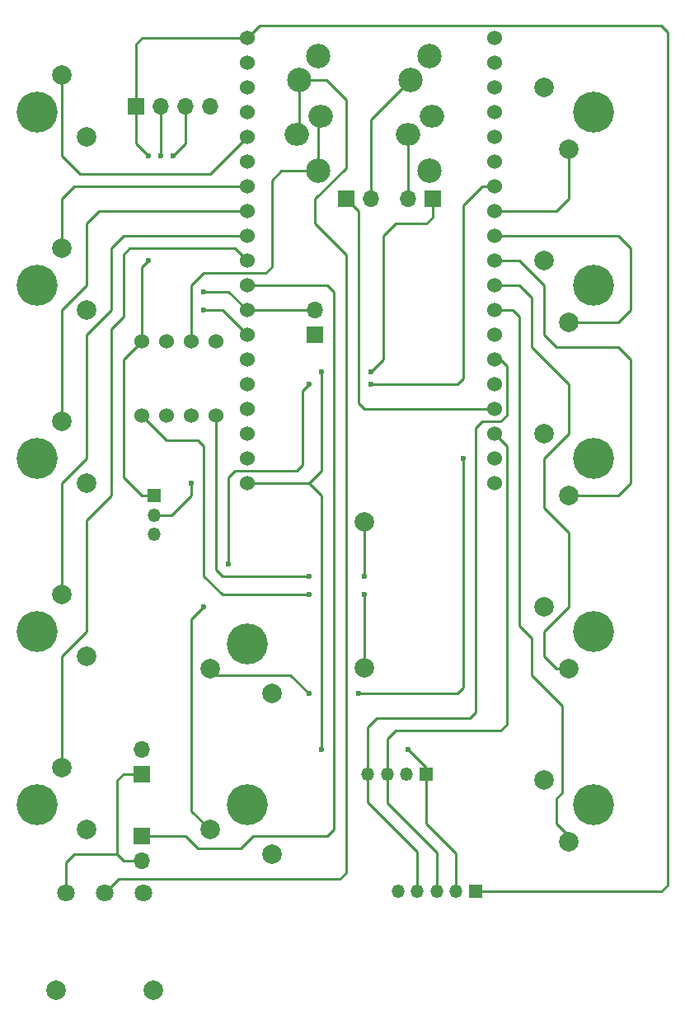
<source format=gtl>
G04 #@! TF.FileFunction,Copper,L1,Top,Signal*
%FSLAX46Y46*%
G04 Gerber Fmt 4.6, Leading zero omitted, Abs format (unit mm)*
G04 Created by KiCad (PCBNEW 4.0.1-stable) date 2020/11/03 12:41:02*
%MOMM*%
G01*
G04 APERTURE LIST*
%ADD10C,0.100000*%
%ADD11C,2.000000*%
%ADD12C,1.800000*%
%ADD13C,1.524000*%
%ADD14C,4.200000*%
%ADD15R,1.700000X1.700000*%
%ADD16O,1.700000X1.700000*%
%ADD17C,2.500000*%
%ADD18O,2.500000X2.300000*%
%ADD19R,1.350000X1.350000*%
%ADD20O,1.350000X1.350000*%
%ADD21C,0.600000*%
%ADD22C,0.250000*%
G04 APERTURE END LIST*
D10*
D11*
X121365000Y-159980000D03*
D12*
X122365000Y-149980000D03*
X126365000Y-149980000D03*
X130365000Y-149980000D03*
D11*
X131365000Y-159980000D03*
D13*
X140970000Y-85090000D03*
X166370000Y-85090000D03*
X140970000Y-87630000D03*
X140970000Y-90170000D03*
X140970000Y-92710000D03*
X140970000Y-95250000D03*
X140970000Y-97790000D03*
X140970000Y-82550000D03*
X140970000Y-80010000D03*
X140970000Y-77470000D03*
X140970000Y-74930000D03*
X140970000Y-72390000D03*
X140970000Y-69850000D03*
X140970000Y-67310000D03*
X140970000Y-100330000D03*
X140970000Y-102870000D03*
X140970000Y-64770000D03*
X140970000Y-105410000D03*
X140970000Y-107950000D03*
X140970000Y-62230000D03*
X166370000Y-62230000D03*
X166370000Y-64770000D03*
X166370000Y-67310000D03*
X166370000Y-69850000D03*
X166370000Y-72390000D03*
X166370000Y-74930000D03*
X166370000Y-77470000D03*
X166370000Y-80010000D03*
X166370000Y-82550000D03*
X166370000Y-87630000D03*
X166370000Y-90170000D03*
X166370000Y-92710000D03*
X166370000Y-95250000D03*
X166370000Y-97790000D03*
X166370000Y-100330000D03*
X166370000Y-102870000D03*
X166370000Y-105410000D03*
X166370000Y-107950000D03*
D11*
X121920000Y-66040000D03*
X124460000Y-72390000D03*
D14*
X119380000Y-69850000D03*
D11*
X121920000Y-83820000D03*
X124460000Y-90170000D03*
D14*
X119380000Y-87630000D03*
D11*
X121920000Y-101600000D03*
X124460000Y-107950000D03*
D14*
X119380000Y-105410000D03*
D11*
X121920000Y-119380000D03*
X124460000Y-125730000D03*
D14*
X119380000Y-123190000D03*
D11*
X121920000Y-137160000D03*
X124460000Y-143510000D03*
D14*
X119380000Y-140970000D03*
D11*
X173990000Y-73660000D03*
X171450000Y-67310000D03*
D14*
X176530000Y-69850000D03*
D11*
X173990000Y-91440000D03*
X171450000Y-85090000D03*
D14*
X176530000Y-87630000D03*
D11*
X173990000Y-109220000D03*
X171450000Y-102870000D03*
D14*
X176530000Y-105410000D03*
D11*
X173990000Y-127000000D03*
X171450000Y-120650000D03*
D14*
X176530000Y-123190000D03*
D11*
X173990000Y-144780000D03*
X171450000Y-138430000D03*
D14*
X176530000Y-140970000D03*
D11*
X137160000Y-143510000D03*
X143510000Y-146050000D03*
D14*
X140970000Y-140970000D03*
D11*
X137160000Y-127000000D03*
X143510000Y-129540000D03*
D14*
X140970000Y-124460000D03*
D13*
X130175000Y-93345000D03*
X132715000Y-93345000D03*
X135255000Y-93345000D03*
X137795000Y-93345000D03*
X130175000Y-100965000D03*
X132715000Y-100965000D03*
X135255000Y-100965000D03*
X137795000Y-100965000D03*
D15*
X147955000Y-92710000D03*
D16*
X147955000Y-90170000D03*
D15*
X130175000Y-144145000D03*
D16*
X130175000Y-146685000D03*
D15*
X160020000Y-78740000D03*
D16*
X157480000Y-78740000D03*
D15*
X151130000Y-78740000D03*
D16*
X153670000Y-78740000D03*
D17*
X148320000Y-64050000D03*
D18*
X148520000Y-70250000D03*
D17*
X148320000Y-75850000D03*
X146320000Y-66550000D03*
D18*
X146120000Y-72150000D03*
D17*
X159750000Y-64050000D03*
D18*
X159950000Y-70250000D03*
D17*
X159750000Y-75850000D03*
X157750000Y-66550000D03*
D18*
X157550000Y-72150000D03*
D15*
X130175000Y-137795000D03*
D16*
X130175000Y-135255000D03*
D15*
X129540000Y-69215000D03*
D16*
X132080000Y-69215000D03*
X134620000Y-69215000D03*
X137160000Y-69215000D03*
D11*
X153035000Y-126880000D03*
X153035000Y-111880000D03*
D19*
X159385000Y-137795000D03*
D20*
X157385000Y-137795000D03*
X155385000Y-137795000D03*
X153385000Y-137795000D03*
D19*
X131445000Y-109220000D03*
D20*
X131445000Y-111220000D03*
X131445000Y-113220000D03*
D19*
X164465000Y-149860000D03*
D20*
X162465000Y-149860000D03*
X160465000Y-149860000D03*
X158465000Y-149860000D03*
X156465000Y-149860000D03*
D21*
X147320000Y-119380000D03*
X153035000Y-119380000D03*
X130810000Y-74295000D03*
X130810000Y-85090000D03*
X147320000Y-129540000D03*
X152400000Y-129540000D03*
X163195000Y-105410000D03*
X136525000Y-120650000D03*
X139065000Y-116205000D03*
X147320000Y-97790000D03*
X153670000Y-97790000D03*
X132080000Y-74295000D03*
X136525000Y-90170000D03*
X153035000Y-117475000D03*
X147320000Y-117475000D03*
X133350000Y-74295000D03*
X136525000Y-88265000D03*
X135255000Y-107950000D03*
X157480000Y-135255000D03*
X148590000Y-135255000D03*
X153670000Y-96520000D03*
X148590000Y-96520000D03*
D22*
X166370000Y-102870000D02*
X167640000Y-104140000D01*
X155385000Y-134175000D02*
X155385000Y-137795000D01*
X156210000Y-133350000D02*
X155385000Y-134175000D01*
X167005000Y-133350000D02*
X156210000Y-133350000D01*
X167640000Y-132715000D02*
X167005000Y-133350000D01*
X167640000Y-104140000D02*
X167640000Y-132715000D01*
X155385000Y-137795000D02*
X155385000Y-140780000D01*
X160465000Y-145860000D02*
X160465000Y-149860000D01*
X155385000Y-140780000D02*
X160465000Y-145860000D01*
X166370000Y-95250000D02*
X167005000Y-95250000D01*
X167005000Y-95250000D02*
X167640000Y-95885000D01*
X153385000Y-133000000D02*
X153385000Y-137795000D01*
X154305000Y-132080000D02*
X153385000Y-133000000D01*
X163830000Y-132080000D02*
X154305000Y-132080000D01*
X164465000Y-131445000D02*
X163830000Y-132080000D01*
X164465000Y-102235000D02*
X164465000Y-131445000D01*
X165100000Y-101600000D02*
X164465000Y-102235000D01*
X167005000Y-101600000D02*
X165100000Y-101600000D01*
X167640000Y-100965000D02*
X167005000Y-101600000D01*
X167640000Y-95885000D02*
X167640000Y-100965000D01*
X153385000Y-137795000D02*
X153385000Y-140685000D01*
X158465000Y-145765000D02*
X158465000Y-149860000D01*
X153385000Y-140685000D02*
X158465000Y-145765000D01*
X166370000Y-95250000D02*
X167005000Y-95250000D01*
X153035000Y-126880000D02*
X153035000Y-119380000D01*
X132715000Y-103505000D02*
X130175000Y-100965000D01*
X135890000Y-103505000D02*
X132715000Y-103505000D01*
X136525000Y-104140000D02*
X135890000Y-103505000D01*
X136525000Y-117475000D02*
X136525000Y-104140000D01*
X138430000Y-119380000D02*
X136525000Y-117475000D01*
X147320000Y-119380000D02*
X138430000Y-119380000D01*
X131445000Y-109220000D02*
X130175000Y-109220000D01*
X128270000Y-95250000D02*
X130175000Y-93345000D01*
X128270000Y-107315000D02*
X128270000Y-95250000D01*
X130175000Y-109220000D02*
X128270000Y-107315000D01*
X130175000Y-93345000D02*
X130175000Y-85725000D01*
X129540000Y-73025000D02*
X129540000Y-69215000D01*
X130810000Y-74295000D02*
X129540000Y-73025000D01*
X130175000Y-85725000D02*
X130810000Y-85090000D01*
X164465000Y-149860000D02*
X183515000Y-149860000D01*
X142240000Y-60960000D02*
X140970000Y-62230000D01*
X183515000Y-60960000D02*
X142240000Y-60960000D01*
X184150000Y-61595000D02*
X183515000Y-60960000D01*
X184150000Y-149225000D02*
X184150000Y-61595000D01*
X183515000Y-149860000D02*
X184150000Y-149225000D01*
X130175000Y-93345000D02*
X129540000Y-93345000D01*
X129540000Y-69215000D02*
X129540000Y-62865000D01*
X129540000Y-62865000D02*
X130175000Y-62230000D01*
X130175000Y-62230000D02*
X140970000Y-62230000D01*
X140970000Y-62230000D02*
X140970000Y-61595000D01*
X140970000Y-82550000D02*
X128270000Y-82550000D01*
X121920000Y-107950000D02*
X121920000Y-119380000D01*
X124460000Y-105410000D02*
X121920000Y-107950000D01*
X124460000Y-92710000D02*
X124460000Y-105410000D01*
X127000000Y-90170000D02*
X124460000Y-92710000D01*
X127000000Y-83820000D02*
X127000000Y-90170000D01*
X128270000Y-82550000D02*
X127000000Y-83820000D01*
X140970000Y-85090000D02*
X139700000Y-83820000D01*
X121920000Y-125730000D02*
X121920000Y-137160000D01*
X124460000Y-123190000D02*
X121920000Y-125730000D01*
X124460000Y-111760000D02*
X124460000Y-123190000D01*
X127000000Y-109220000D02*
X124460000Y-111760000D01*
X127000000Y-92075000D02*
X127000000Y-109220000D01*
X128270000Y-90805000D02*
X127000000Y-92075000D01*
X128270000Y-84455000D02*
X128270000Y-90805000D01*
X128905000Y-83820000D02*
X128270000Y-84455000D01*
X139700000Y-83820000D02*
X128905000Y-83820000D01*
X166370000Y-85090000D02*
X168910000Y-85090000D01*
X179070000Y-109220000D02*
X173990000Y-109220000D01*
X180340000Y-107950000D02*
X179070000Y-109220000D01*
X180340000Y-95250000D02*
X180340000Y-107950000D01*
X179070000Y-93980000D02*
X180340000Y-95250000D01*
X172720000Y-93980000D02*
X179070000Y-93980000D01*
X171450000Y-92710000D02*
X172720000Y-93980000D01*
X171450000Y-87630000D02*
X171450000Y-92710000D01*
X168910000Y-85090000D02*
X171450000Y-87630000D01*
X145415000Y-127635000D02*
X137795000Y-127635000D01*
X147320000Y-129540000D02*
X145415000Y-127635000D01*
X162560000Y-129540000D02*
X152400000Y-129540000D01*
X163195000Y-128905000D02*
X162560000Y-129540000D01*
X163195000Y-105410000D02*
X163195000Y-128905000D01*
X137795000Y-127635000D02*
X137160000Y-127000000D01*
X166370000Y-87630000D02*
X168910000Y-87630000D01*
X172720000Y-127000000D02*
X173990000Y-127000000D01*
X171450000Y-125730000D02*
X172720000Y-127000000D01*
X171450000Y-123190000D02*
X171450000Y-125730000D01*
X173990000Y-120650000D02*
X171450000Y-123190000D01*
X173990000Y-113030000D02*
X173990000Y-120650000D01*
X171450000Y-110490000D02*
X173990000Y-113030000D01*
X171450000Y-105410000D02*
X171450000Y-110490000D01*
X173990000Y-102870000D02*
X171450000Y-105410000D01*
X173990000Y-97790000D02*
X173990000Y-102870000D01*
X170180000Y-93980000D02*
X173990000Y-97790000D01*
X170180000Y-88900000D02*
X170180000Y-93980000D01*
X168910000Y-87630000D02*
X170180000Y-88900000D01*
X166370000Y-82550000D02*
X179070000Y-82550000D01*
X179070000Y-91440000D02*
X173990000Y-91440000D01*
X180340000Y-90170000D02*
X179070000Y-91440000D01*
X180340000Y-83820000D02*
X180340000Y-90170000D01*
X179070000Y-82550000D02*
X180340000Y-83820000D01*
X170180000Y-123825000D02*
X168910000Y-122555000D01*
X168910000Y-122555000D02*
X168910000Y-90805000D01*
X168910000Y-90805000D02*
X168275000Y-90170000D01*
X173990000Y-144780000D02*
X173990000Y-144145000D01*
X173990000Y-144145000D02*
X172720000Y-142875000D01*
X172720000Y-142875000D02*
X172720000Y-140335000D01*
X172720000Y-140335000D02*
X173355000Y-139700000D01*
X173355000Y-139700000D02*
X173355000Y-130810000D01*
X173355000Y-130810000D02*
X170180000Y-127635000D01*
X170180000Y-127635000D02*
X170180000Y-123825000D01*
X168275000Y-90170000D02*
X166370000Y-90170000D01*
X140970000Y-77470000D02*
X123190000Y-77470000D01*
X121920000Y-78740000D02*
X121920000Y-83820000D01*
X123190000Y-77470000D02*
X121920000Y-78740000D01*
X140970000Y-80010000D02*
X125730000Y-80010000D01*
X121920000Y-90170000D02*
X121920000Y-101600000D01*
X124460000Y-87630000D02*
X121920000Y-90170000D01*
X124460000Y-81280000D02*
X124460000Y-87630000D01*
X125730000Y-80010000D02*
X124460000Y-81280000D01*
X140970000Y-72390000D02*
X137160000Y-76200000D01*
X121920000Y-74295000D02*
X121920000Y-66040000D01*
X123825000Y-76200000D02*
X121920000Y-74295000D01*
X137160000Y-76200000D02*
X123825000Y-76200000D01*
X173990000Y-73660000D02*
X173990000Y-78740000D01*
X172720000Y-80010000D02*
X166370000Y-80010000D01*
X173990000Y-78740000D02*
X172720000Y-80010000D01*
X135255000Y-141605000D02*
X137160000Y-143510000D01*
X135255000Y-121920000D02*
X135255000Y-141605000D01*
X136525000Y-120650000D02*
X135255000Y-121920000D01*
X139065000Y-107315000D02*
X139065000Y-116205000D01*
X139700000Y-106680000D02*
X139065000Y-107315000D01*
X146050000Y-106680000D02*
X139700000Y-106680000D01*
X146685000Y-106045000D02*
X146050000Y-106680000D01*
X146685000Y-98425000D02*
X146685000Y-106045000D01*
X147320000Y-97790000D02*
X146685000Y-98425000D01*
X162560000Y-97790000D02*
X153670000Y-97790000D01*
X163195000Y-97155000D02*
X162560000Y-97790000D01*
X163195000Y-79375000D02*
X163195000Y-97155000D01*
X165100000Y-77470000D02*
X163195000Y-79375000D01*
X166370000Y-77470000D02*
X165100000Y-77470000D01*
X140970000Y-92710000D02*
X138430000Y-90170000D01*
X132080000Y-74295000D02*
X132080000Y-69215000D01*
X138430000Y-90170000D02*
X136525000Y-90170000D01*
X132080000Y-69850000D02*
X132080000Y-69215000D01*
X135255000Y-93345000D02*
X135255000Y-87630000D01*
X144495000Y-75850000D02*
X148320000Y-75850000D01*
X143510000Y-76835000D02*
X144495000Y-75850000D01*
X143510000Y-85725000D02*
X143510000Y-76835000D01*
X142875000Y-86360000D02*
X143510000Y-85725000D01*
X136525000Y-86360000D02*
X142875000Y-86360000D01*
X135255000Y-87630000D02*
X136525000Y-86360000D01*
X148320000Y-70250000D02*
X148320000Y-75850000D01*
X146320000Y-66550000D02*
X149100000Y-66550000D01*
X127755000Y-148590000D02*
X126365000Y-149980000D01*
X150495000Y-148590000D02*
X127755000Y-148590000D01*
X151130000Y-147955000D02*
X150495000Y-148590000D01*
X151130000Y-84455000D02*
X151130000Y-147955000D01*
X147955000Y-81280000D02*
X151130000Y-84455000D01*
X147955000Y-78740000D02*
X147955000Y-81280000D01*
X151130000Y-75565000D02*
X147955000Y-78740000D01*
X151130000Y-68580000D02*
X151130000Y-75565000D01*
X149100000Y-66550000D02*
X151130000Y-68580000D01*
X146320000Y-66550000D02*
X146320000Y-72150000D01*
X137795000Y-100965000D02*
X137795000Y-116840000D01*
X153035000Y-117475000D02*
X153035000Y-111880000D01*
X138430000Y-117475000D02*
X147320000Y-117475000D01*
X137795000Y-116840000D02*
X138430000Y-117475000D01*
X140970000Y-90170000D02*
X139065000Y-88265000D01*
X134620000Y-73025000D02*
X134620000Y-69215000D01*
X133350000Y-74295000D02*
X134620000Y-73025000D01*
X139065000Y-88265000D02*
X136525000Y-88265000D01*
X140970000Y-90170000D02*
X147955000Y-90170000D01*
X134620000Y-69850000D02*
X134620000Y-69215000D01*
X157480000Y-78740000D02*
X157480000Y-72420000D01*
X157480000Y-72420000D02*
X157750000Y-72150000D01*
X153670000Y-78740000D02*
X153670000Y-70630000D01*
X153670000Y-70630000D02*
X157750000Y-66550000D01*
X166370000Y-100330000D02*
X153035000Y-100330000D01*
X152400000Y-80010000D02*
X151130000Y-78740000D01*
X152400000Y-99695000D02*
X152400000Y-80010000D01*
X153035000Y-100330000D02*
X152400000Y-99695000D01*
X140970000Y-87630000D02*
X149225000Y-87630000D01*
X134620000Y-144145000D02*
X130175000Y-144145000D01*
X135890000Y-145415000D02*
X134620000Y-144145000D01*
X140335000Y-145415000D02*
X135890000Y-145415000D01*
X141605000Y-144145000D02*
X140335000Y-145415000D01*
X149225000Y-144145000D02*
X141605000Y-144145000D01*
X149860000Y-143510000D02*
X149225000Y-144145000D01*
X149860000Y-88265000D02*
X149860000Y-143510000D01*
X149225000Y-87630000D02*
X149860000Y-88265000D01*
X122365000Y-149980000D02*
X122365000Y-146875000D01*
X123190000Y-146050000D02*
X127635000Y-146050000D01*
X122365000Y-146875000D02*
X123190000Y-146050000D01*
X130175000Y-137795000D02*
X128270000Y-137795000D01*
X128270000Y-146685000D02*
X130175000Y-146685000D01*
X127635000Y-146050000D02*
X128270000Y-146685000D01*
X127635000Y-138430000D02*
X127635000Y-146050000D01*
X128270000Y-137795000D02*
X127635000Y-138430000D01*
X133255000Y-111220000D02*
X131445000Y-111220000D01*
X135255000Y-109220000D02*
X133255000Y-111220000D01*
X135255000Y-107950000D02*
X135255000Y-109220000D01*
X147320000Y-107950000D02*
X148590000Y-109220000D01*
X157480000Y-135255000D02*
X159385000Y-137160000D01*
X148590000Y-109220000D02*
X148590000Y-135255000D01*
X159385000Y-137160000D02*
X159385000Y-137795000D01*
X159385000Y-137795000D02*
X159385000Y-142875000D01*
X162465000Y-145955000D02*
X162465000Y-149860000D01*
X159385000Y-142875000D02*
X162465000Y-145955000D01*
X147320000Y-107950000D02*
X148590000Y-106680000D01*
X160020000Y-80645000D02*
X160020000Y-78740000D01*
X159385000Y-81280000D02*
X160020000Y-80645000D01*
X156210000Y-81280000D02*
X159385000Y-81280000D01*
X154940000Y-82550000D02*
X156210000Y-81280000D01*
X154940000Y-95250000D02*
X154940000Y-82550000D01*
X153670000Y-96520000D02*
X154940000Y-95250000D01*
X148590000Y-106680000D02*
X148590000Y-96520000D01*
X140970000Y-107950000D02*
X147320000Y-107950000D01*
M02*

</source>
